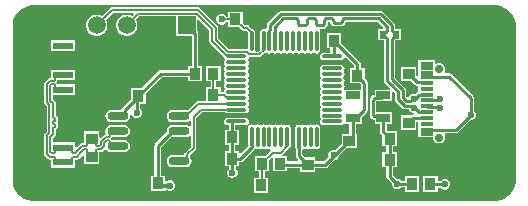
<source format=gtl>
G04*
G04 #@! TF.GenerationSoftware,Altium Limited,Altium Designer,21.8.1 (53)*
G04*
G04 Layer_Physical_Order=1*
G04 Layer_Color=255*
%FSLAX44Y44*%
%MOMM*%
G71*
G04*
G04 #@! TF.SameCoordinates,C2C04723-665B-4EC8-97F3-F64F8151DB4A*
G04*
G04*
G04 #@! TF.FilePolarity,Positive*
G04*
G01*
G75*
%ADD13C,0.2500*%
%ADD15C,0.2540*%
%ADD16R,0.9800X0.9300*%
%ADD17R,0.9300X0.9800*%
%ADD18R,0.6000X0.6500*%
%ADD19R,2.5000X1.0000*%
%ADD20R,1.7000X0.6000*%
%ADD21O,0.2800X1.8000*%
%ADD22O,1.8000X0.2800*%
%ADD23R,1.1000X0.6500*%
%ADD24R,1.1000X0.3500*%
%ADD25O,1.8000X0.7000*%
%ADD26R,1.2000X0.6500*%
%ADD43C,0.1520*%
%ADD44C,1.5000*%
%ADD45R,1.5000X1.5000*%
%ADD46O,1.5000X1.2000*%
%ADD47O,2.0000X1.2000*%
%ADD48C,0.7000*%
%ADD49C,0.6000*%
G36*
X200000Y82961D02*
X201769D01*
X205239Y82271D01*
X208508Y80917D01*
X211449Y78951D01*
X213951Y76449D01*
X215917Y73508D01*
X217271Y70239D01*
X217961Y66769D01*
X217961Y65000D01*
X217961Y-65000D01*
X217961Y-66769D01*
X217271Y-70239D01*
X215917Y-73508D01*
X213951Y-76449D01*
X211449Y-78951D01*
X208508Y-80917D01*
X205239Y-82271D01*
X201769Y-82961D01*
X200000D01*
X-190000Y-82961D01*
X-191769D01*
X-195239Y-82271D01*
X-198508Y-80917D01*
X-201449Y-78951D01*
X-203951Y-76449D01*
X-205917Y-73508D01*
X-207271Y-70239D01*
X-207961Y-66769D01*
X-207961Y-65000D01*
X-207961Y65000D01*
Y66769D01*
X-207271Y70239D01*
X-205917Y73508D01*
X-203951Y76449D01*
X-201449Y78951D01*
X-198508Y80917D01*
X-195239Y82271D01*
X-191769Y82961D01*
X-190000Y82961D01*
X200000Y82961D01*
D02*
G37*
%LPC*%
G36*
X-50896Y81145D02*
X-50897Y81145D01*
X-123980D01*
X-123980Y81145D01*
X-124869Y80968D01*
X-125624Y80464D01*
X-125624Y80464D01*
X-132281Y73806D01*
X-133318Y74405D01*
X-135612Y75020D01*
X-137987D01*
X-140282Y74405D01*
X-142338Y73218D01*
X-144018Y71538D01*
X-145205Y69482D01*
X-145820Y67188D01*
Y64812D01*
X-145205Y62518D01*
X-144018Y60462D01*
X-142338Y58782D01*
X-140282Y57595D01*
X-137987Y56980D01*
X-135612D01*
X-133318Y57595D01*
X-131262Y58782D01*
X-129582Y60462D01*
X-128395Y62518D01*
X-127780Y64812D01*
Y67188D01*
X-128395Y69482D01*
X-128994Y70519D01*
X-123017Y76495D01*
X-105852D01*
X-105366Y75322D01*
X-106881Y73806D01*
X-107918Y74405D01*
X-110212Y75020D01*
X-112587D01*
X-114882Y74405D01*
X-116938Y73218D01*
X-118618Y71538D01*
X-119805Y69482D01*
X-120420Y67188D01*
Y64812D01*
X-119805Y62518D01*
X-118618Y60462D01*
X-116938Y58782D01*
X-114882Y57595D01*
X-112587Y56980D01*
X-110212D01*
X-107918Y57595D01*
X-105862Y58782D01*
X-104182Y60462D01*
X-102995Y62518D01*
X-102380Y64812D01*
Y67188D01*
X-102995Y69482D01*
X-103594Y70519D01*
X-100657Y73455D01*
X-69620D01*
Y56980D01*
X-56245D01*
Y31420D01*
X-59570D01*
Y27845D01*
X-82650D01*
X-83739Y27628D01*
X-84662Y27011D01*
X-99253Y12420D01*
X-107570D01*
Y3603D01*
X-114658Y-3485D01*
X-115275Y-4408D01*
X-115410Y-5087D01*
X-115558Y-5387D01*
X-116749Y-5832D01*
X-124500D01*
X-126459Y-6221D01*
X-128119Y-7331D01*
X-129229Y-8991D01*
X-129618Y-10950D01*
X-129229Y-12909D01*
X-128119Y-14569D01*
X-126459Y-15679D01*
X-124500Y-16068D01*
X-113500D01*
X-111541Y-15679D01*
X-109881Y-14569D01*
X-108771Y-12909D01*
X-108382Y-10950D01*
X-108538Y-10162D01*
X-107921Y-9212D01*
X-107409Y-9526D01*
X-107069Y-9988D01*
X-106832Y-10560D01*
X-105560Y-11832D01*
X-103899Y-12520D01*
X-102101D01*
X-100440Y-11832D01*
X-99168Y-10560D01*
X-98480Y-8899D01*
Y-7101D01*
X-99168Y-5440D01*
X-100155Y-4452D01*
Y-420D01*
X-95230D01*
Y8397D01*
X-81472Y22155D01*
X-59570D01*
Y18580D01*
X-47230D01*
Y31420D01*
X-50555D01*
Y58800D01*
X-50772Y59889D01*
X-51389Y60812D01*
X-51580Y61003D01*
Y70258D01*
X-50407Y70743D01*
X-41325Y61662D01*
Y52400D01*
X-41325Y52400D01*
X-41148Y51510D01*
X-40644Y50756D01*
X-29000Y39113D01*
X-28851Y38361D01*
X-28205Y37395D01*
Y36605D01*
X-28851Y35639D01*
X-29077Y34500D01*
X-28851Y33361D01*
X-28205Y32395D01*
Y31605D01*
X-28851Y30639D01*
X-29077Y29500D01*
X-28851Y28361D01*
X-28546Y27905D01*
X-28309Y27000D01*
X-28546Y26095D01*
X-28851Y25639D01*
X-29077Y24500D01*
X-28851Y23361D01*
X-28205Y22395D01*
Y21605D01*
X-28851Y20639D01*
X-29077Y19500D01*
X-28851Y18361D01*
X-28546Y17905D01*
X-28309Y17000D01*
X-28546Y16095D01*
X-28851Y15639D01*
X-29077Y14500D01*
X-28851Y13361D01*
X-28205Y12395D01*
Y11605D01*
X-28851Y10639D01*
X-29077Y9500D01*
X-29221Y9325D01*
X-31638D01*
X-31818Y9405D01*
X-31830Y9405D01*
Y13420D01*
X-35595D01*
X-35595Y13433D01*
X-35675Y13613D01*
Y18388D01*
X-35595Y18568D01*
X-35595Y18580D01*
X-31830D01*
Y31420D01*
X-44170D01*
Y18580D01*
X-40405D01*
X-40405Y18568D01*
X-40325Y18388D01*
Y13613D01*
X-40405Y13433D01*
X-40405Y13420D01*
X-44170D01*
Y1825D01*
X-51050D01*
X-51050Y1825D01*
X-51940Y1648D01*
X-52694Y1144D01*
X-52694Y1144D01*
X-59511Y-5673D01*
X-59697Y-5746D01*
X-59917Y-5956D01*
X-60081Y-6098D01*
X-60097Y-6111D01*
X-60342Y-6062D01*
X-60376Y-6048D01*
X-60388Y-6053D01*
X-61500Y-5832D01*
X-72500D01*
X-74459Y-6221D01*
X-76119Y-7331D01*
X-77229Y-8991D01*
X-77618Y-10950D01*
X-77229Y-12909D01*
X-76119Y-14569D01*
X-74459Y-15679D01*
X-72500Y-16068D01*
X-61500D01*
X-59541Y-15679D01*
X-58320Y-14863D01*
X-57050Y-15438D01*
Y-19161D01*
X-58320Y-19737D01*
X-59541Y-18921D01*
X-61500Y-18532D01*
X-72500D01*
X-74459Y-18921D01*
X-76119Y-20031D01*
X-77229Y-21691D01*
X-77618Y-23650D01*
X-77437Y-24564D01*
X-87011Y-34139D01*
X-87628Y-35061D01*
X-87845Y-36150D01*
Y-61580D01*
X-91170D01*
Y-74420D01*
X-78830D01*
Y-74379D01*
X-78802Y-74347D01*
X-77560Y-73832D01*
X-75899Y-74520D01*
X-74101D01*
X-72440Y-73832D01*
X-71168Y-72560D01*
X-70480Y-70899D01*
Y-69101D01*
X-71168Y-67440D01*
X-72440Y-66168D01*
X-74101Y-65480D01*
X-75899D01*
X-77560Y-66168D01*
X-78802Y-65653D01*
X-78830Y-65621D01*
Y-61580D01*
X-82155D01*
Y-37328D01*
X-73414Y-28587D01*
X-72500Y-28768D01*
X-61500D01*
X-59541Y-28379D01*
X-58320Y-27563D01*
X-57050Y-28138D01*
Y-36787D01*
X-62095Y-41832D01*
X-62599Y-42586D01*
X-62776Y-43476D01*
X-63702Y-43857D01*
X-63946Y-43932D01*
X-72500D01*
X-74459Y-44321D01*
X-76119Y-45431D01*
X-77229Y-47091D01*
X-77618Y-49050D01*
X-77229Y-51009D01*
X-76119Y-52669D01*
X-74459Y-53779D01*
X-72500Y-54168D01*
X-61500D01*
X-59541Y-53779D01*
X-57881Y-52669D01*
X-56771Y-51009D01*
X-56382Y-49050D01*
X-56771Y-47091D01*
X-57456Y-46066D01*
X-57457Y-46038D01*
X-57506Y-45992D01*
X-57881Y-45431D01*
X-57876Y-44187D01*
X-53082Y-39394D01*
X-53082Y-39394D01*
X-52578Y-38640D01*
X-52401Y-37750D01*
Y-12689D01*
X-47537Y-7825D01*
X-27877D01*
X-27239Y-8251D01*
X-26100Y-8477D01*
X-10900D01*
X-9761Y-8251D01*
X-8795Y-7605D01*
X-8149Y-6639D01*
X-7923Y-5500D01*
X-8149Y-4361D01*
X-8795Y-3395D01*
Y-2605D01*
X-8149Y-1639D01*
X-7923Y-500D01*
X-8149Y639D01*
X-8454Y1095D01*
X-8691Y2000D01*
X-8454Y2905D01*
X-8149Y3361D01*
X-7923Y4500D01*
X-8149Y5639D01*
X-8795Y6605D01*
Y7395D01*
X-8149Y8361D01*
X-7923Y9500D01*
X-8149Y10639D01*
X-8795Y11605D01*
Y12395D01*
X-8149Y13361D01*
X-7923Y14500D01*
X-8149Y15639D01*
X-8454Y16095D01*
X-8691Y17000D01*
X-8454Y17905D01*
X-8149Y18361D01*
X-7923Y19500D01*
X-8149Y20639D01*
X-8795Y21605D01*
Y22395D01*
X-8149Y23361D01*
X-7923Y24500D01*
X-8149Y25639D01*
X-8454Y26095D01*
X-8691Y27000D01*
X-8454Y27905D01*
X-8149Y28361D01*
X-7923Y29500D01*
X-8149Y30639D01*
X-8795Y31605D01*
Y32395D01*
X-8149Y33361D01*
X-7923Y34500D01*
X-8149Y35639D01*
X-8795Y36605D01*
Y37395D01*
X-8149Y38361D01*
X-8139Y38412D01*
X-7416Y38895D01*
X-7416Y38895D01*
X1024D01*
X1024Y38895D01*
X1914Y39072D01*
X2668Y39576D01*
X5143Y42051D01*
X5639Y42149D01*
X6605Y42795D01*
X7395D01*
X8361Y42149D01*
X9500Y41923D01*
X10639Y42149D01*
X11095Y42454D01*
X12000Y42691D01*
X12905Y42454D01*
X13361Y42149D01*
X14500Y41923D01*
X15639Y42149D01*
X16605Y42795D01*
X17395D01*
X18361Y42149D01*
X19500Y41923D01*
X20639Y42149D01*
X21605Y42795D01*
X22395D01*
X23361Y42149D01*
X24500Y41923D01*
X25639Y42149D01*
X26095Y42454D01*
X27000Y42691D01*
X27905Y42454D01*
X28361Y42149D01*
X29500Y41923D01*
X30639Y42149D01*
X31605Y42795D01*
X32395D01*
X33361Y42149D01*
X34500Y41923D01*
X35639Y42149D01*
X36095Y42454D01*
X37000Y42691D01*
X37905Y42454D01*
X38361Y42149D01*
X39500Y41923D01*
X40639Y42149D01*
X41605Y42795D01*
X42395D01*
X43361Y42149D01*
X44500Y41923D01*
X45639Y42149D01*
X46605Y42795D01*
X47395D01*
X48361Y42149D01*
X49500Y41923D01*
X50639Y42149D01*
X51605Y42795D01*
X52251Y43761D01*
X52477Y44900D01*
Y60100D01*
X52251Y61239D01*
X51972Y61656D01*
X52639Y62926D01*
X54596D01*
X54596Y62926D01*
X55677Y63141D01*
X56593Y63753D01*
X58109Y65269D01*
X58109Y65269D01*
X58721Y66185D01*
X58937Y67266D01*
Y68926D01*
X60926D01*
X61083Y68138D01*
X61695Y67222D01*
X63211Y65706D01*
X63211Y65706D01*
X64127Y65094D01*
X65208Y64879D01*
X69756D01*
X69756Y64879D01*
X70837Y65094D01*
X71753Y65706D01*
X73269Y67222D01*
X73269Y67222D01*
X73882Y68138D01*
X74038Y68926D01*
X100997D01*
X105883Y64040D01*
X105357Y62770D01*
X101230D01*
Y53230D01*
X106541D01*
Y18865D01*
X106541Y18865D01*
X106756Y17784D01*
X107368Y16868D01*
X111228Y13009D01*
X111228Y13008D01*
X111793Y12443D01*
X111306Y11270D01*
X98480D01*
Y7313D01*
X97649Y7148D01*
X96726Y6532D01*
X95198Y5003D01*
X94582Y4081D01*
X94365Y2992D01*
Y-10460D01*
X94582Y-11549D01*
X95198Y-12471D01*
X95989Y-13261D01*
X96911Y-13878D01*
X98000Y-14095D01*
X98480D01*
Y-17270D01*
X103155D01*
Y-24350D01*
X103372Y-25439D01*
X103989Y-26361D01*
X105230Y-27603D01*
Y-36420D01*
X108555D01*
Y-41580D01*
X105230D01*
Y-54420D01*
X108555D01*
Y-62150D01*
X108772Y-63239D01*
X109389Y-64162D01*
X113230Y-68003D01*
Y-69399D01*
X113918Y-71060D01*
X115190Y-72332D01*
X116851Y-73020D01*
X118649D01*
X120310Y-72332D01*
X121298Y-71345D01*
X124130D01*
Y-74920D01*
X136470D01*
Y-62080D01*
X124130D01*
Y-65655D01*
X121298D01*
X120310Y-64668D01*
X118649Y-63980D01*
X117253D01*
X114245Y-60972D01*
Y-54420D01*
X117570D01*
Y-41580D01*
X114245D01*
Y-36420D01*
X117570D01*
Y-23580D01*
X109253D01*
X108845Y-23172D01*
Y-17270D01*
X113520D01*
Y-7730D01*
X100055D01*
Y1675D01*
X104020D01*
X104295Y1730D01*
X113520D01*
Y9057D01*
X114693Y9543D01*
X115845Y8391D01*
Y3134D01*
X115845Y3134D01*
X116060Y2053D01*
X116672Y1137D01*
X121941Y-4132D01*
X122858Y-4744D01*
X123939Y-4960D01*
X123939Y-4960D01*
X127251D01*
X127918Y-6571D01*
X129190Y-7842D01*
X130851Y-8530D01*
X131892D01*
X131967Y-8636D01*
X131311Y-9905D01*
X131300D01*
X130211Y-10122D01*
X129825Y-10380D01*
X120830D01*
Y-22720D01*
X133670D01*
Y-15595D01*
X135480D01*
Y-29020D01*
X148182D01*
Y-30147D01*
X148946Y-31992D01*
X150358Y-33404D01*
X152204Y-34169D01*
X154201D01*
X156046Y-33404D01*
X157458Y-31992D01*
X158222Y-30147D01*
Y-28150D01*
X157735Y-26973D01*
X158516Y-25703D01*
X167142D01*
X168230Y-25487D01*
X169153Y-24870D01*
X179503Y-14520D01*
X180899D01*
X182560Y-13832D01*
X183832Y-12560D01*
X184520Y-10899D01*
Y-9101D01*
X183832Y-7440D01*
X182845Y-6452D01*
Y4250D01*
X182628Y5339D01*
X182012Y6262D01*
X163900Y24373D01*
X162977Y24990D01*
X161888Y25206D01*
X158516D01*
X157735Y26476D01*
X158222Y27653D01*
Y29650D01*
X157458Y31495D01*
X156046Y32908D01*
X154201Y33672D01*
X152204D01*
X150790Y33086D01*
X149520Y33728D01*
Y36520D01*
X135480D01*
Y23245D01*
X134210Y22622D01*
X133670Y23040D01*
Y30970D01*
X120830D01*
Y18630D01*
X129647D01*
X132579Y15698D01*
X133502Y15082D01*
X134590Y14865D01*
X135480D01*
Y9520D01*
X134772Y9379D01*
X133855Y8767D01*
X133855Y8767D01*
X132981Y7892D01*
X132649Y8030D01*
X130851D01*
X129190Y7342D01*
X127918Y6070D01*
X127595Y5291D01*
X126189Y5035D01*
X125263Y5871D01*
Y11123D01*
X125048Y12204D01*
X124436Y13120D01*
X124436Y13120D01*
X121913Y15643D01*
X121913Y15643D01*
X121913Y15643D01*
X115959Y21597D01*
Y53230D01*
X121270D01*
Y62770D01*
X115959D01*
Y66114D01*
X115959Y66114D01*
X115744Y67195D01*
X115132Y68111D01*
X105726Y77517D01*
X104810Y78129D01*
X103729Y78344D01*
X103729Y78344D01*
X19324D01*
X18243Y78129D01*
X17326Y77517D01*
X17326Y77517D01*
X8118Y68309D01*
X7506Y67392D01*
X7291Y66312D01*
X7291Y66311D01*
Y63327D01*
X7266Y63291D01*
X5905Y62834D01*
X5658Y62838D01*
X5639Y62851D01*
X4500Y63077D01*
X3361Y62851D01*
X2395Y62205D01*
X1750Y61239D01*
X1523Y60100D01*
Y45006D01*
X61Y43545D01*
X-1497D01*
X-2540Y44815D01*
X-2523Y44900D01*
Y60100D01*
X-2749Y61239D01*
X-3395Y62205D01*
X-4361Y62851D01*
X-5113Y63000D01*
X-7445Y65333D01*
X-8199Y65837D01*
X-9089Y66014D01*
X-9089Y66014D01*
X-11376D01*
X-13230Y67868D01*
Y77420D01*
X-25570D01*
Y73405D01*
X-25582Y73405D01*
X-25762Y73325D01*
X-27071D01*
X-27168Y73560D01*
X-28440Y74832D01*
X-30101Y75520D01*
X-31899D01*
X-33560Y74832D01*
X-34832Y73560D01*
X-35520Y71899D01*
Y70101D01*
X-34832Y68440D01*
X-33560Y67168D01*
X-31899Y66480D01*
X-30101D01*
X-28440Y67168D01*
X-27168Y68440D01*
X-27071Y68675D01*
X-25762D01*
X-25582Y68595D01*
X-25570Y68595D01*
Y64580D01*
X-16518D01*
X-13983Y62045D01*
X-13983Y62045D01*
X-13229Y61541D01*
X-12339Y61364D01*
X-10052D01*
X-8477Y59790D01*
Y46621D01*
X-9376Y45505D01*
X-9376Y45505D01*
X-24518D01*
X-33635Y54622D01*
Y63884D01*
X-33812Y64773D01*
X-34316Y65528D01*
X-34316Y65528D01*
X-49253Y80464D01*
X-50007Y80968D01*
X-50896Y81145D01*
D02*
G37*
G36*
X-154980Y53270D02*
X-175020D01*
Y44230D01*
X-154980D01*
Y53270D01*
D02*
G37*
G36*
Y28270D02*
X-175020D01*
Y21345D01*
X-176254D01*
X-176254Y21345D01*
X-177143Y21168D01*
X-177897Y20664D01*
X-177897Y20664D01*
X-180569Y17993D01*
X-181073Y17238D01*
X-181250Y16349D01*
X-181250Y16349D01*
Y900D01*
X-181250Y899D01*
X-181073Y10D01*
X-180569Y-745D01*
X-179045Y-2269D01*
Y-24232D01*
X-180569Y-25756D01*
X-181073Y-26510D01*
X-181250Y-27399D01*
X-181250Y-27399D01*
Y-42849D01*
X-181250Y-42849D01*
X-181073Y-43738D01*
X-180569Y-44493D01*
X-177897Y-47164D01*
X-177897Y-47164D01*
X-177143Y-47668D01*
X-176254Y-47845D01*
X-176254Y-47845D01*
X-175020D01*
Y-54770D01*
X-154980D01*
Y-47845D01*
X-153747D01*
X-153746Y-47845D01*
X-152857Y-47668D01*
X-152102Y-47164D01*
X-148690Y-43751D01*
X-147420Y-44274D01*
Y-51570D01*
X-134580D01*
Y-41545D01*
X-133146D01*
X-133146Y-41545D01*
X-132257Y-41368D01*
X-131503Y-40864D01*
X-129824Y-39185D01*
X-128560Y-39310D01*
X-128119Y-39969D01*
X-126459Y-41079D01*
X-124500Y-41468D01*
X-113500D01*
X-111541Y-41079D01*
X-109881Y-39969D01*
X-108771Y-38309D01*
X-108382Y-36350D01*
X-108771Y-34391D01*
X-109881Y-32731D01*
X-111541Y-31621D01*
X-113500Y-31232D01*
X-123692D01*
X-123905Y-30913D01*
X-123905Y-30913D01*
X-124817Y-30000D01*
X-123905Y-29087D01*
X-123905Y-29087D01*
X-123692Y-28768D01*
X-113500D01*
X-111541Y-28379D01*
X-109881Y-27269D01*
X-108771Y-25609D01*
X-108382Y-23650D01*
X-108771Y-21691D01*
X-109881Y-20031D01*
X-111541Y-18921D01*
X-113500Y-18532D01*
X-124500D01*
X-126459Y-18921D01*
X-128119Y-20031D01*
X-129229Y-21691D01*
X-129618Y-23650D01*
X-129348Y-25008D01*
X-129229Y-25609D01*
X-129993Y-26332D01*
X-130747Y-26836D01*
X-130747Y-26836D01*
X-133407Y-29496D01*
X-134580Y-29010D01*
Y-23830D01*
X-147420D01*
Y-33855D01*
X-148854D01*
X-148854Y-33855D01*
X-149743Y-34032D01*
X-150498Y-34536D01*
X-150498Y-34536D01*
X-153710Y-37749D01*
X-154980Y-37223D01*
Y-33230D01*
X-173560D01*
Y-29622D01*
X-172036Y-28098D01*
X-172036Y-28097D01*
X-171532Y-27343D01*
X-171355Y-26454D01*
X-171355Y-26453D01*
Y-21989D01*
X-171294Y-21977D01*
X-170540Y-21473D01*
X-170036Y-20969D01*
X-170036Y-20969D01*
X-169532Y-20215D01*
X-169355Y-19325D01*
X-169355Y-19325D01*
Y-17814D01*
X-169355Y-17813D01*
X-169532Y-16924D01*
X-169975Y-16049D01*
X-169532Y-15175D01*
X-169355Y-14285D01*
X-169355Y-14285D01*
Y-12773D01*
X-169355Y-12773D01*
X-169532Y-11884D01*
X-170036Y-11130D01*
X-170036Y-11129D01*
X-170540Y-10626D01*
X-171294Y-10122D01*
X-171355Y-10110D01*
Y-47D01*
X-171355Y-46D01*
X-171532Y843D01*
X-172036Y1597D01*
X-172036Y1597D01*
X-173560Y3122D01*
Y6730D01*
X-154980D01*
Y15770D01*
X-170210D01*
X-170252Y15979D01*
X-170756Y16733D01*
X-170998Y17500D01*
X-170756Y18267D01*
X-170252Y19021D01*
X-170210Y19230D01*
X-154980D01*
Y28270D01*
D02*
G37*
G36*
X70170Y59420D02*
X57830D01*
Y46580D01*
X61155D01*
Y42477D01*
X54900D01*
X53761Y42251D01*
X52795Y41605D01*
X52150Y40639D01*
X51923Y39500D01*
X52150Y38361D01*
X52795Y37395D01*
X53761Y36749D01*
X54900Y36523D01*
X70100D01*
X71239Y36749D01*
X72205Y37395D01*
X72851Y38361D01*
X74224Y38753D01*
X81155Y31822D01*
Y29670D01*
X77830D01*
Y16830D01*
X86147D01*
X86905Y16072D01*
Y11270D01*
X72808D01*
X72326Y12169D01*
X72234Y12438D01*
X72851Y13361D01*
X73077Y14500D01*
X72851Y15639D01*
X72546Y16095D01*
X72309Y17000D01*
X72546Y17905D01*
X72851Y18361D01*
X73077Y19500D01*
X72851Y20639D01*
X72205Y21605D01*
Y22395D01*
X72851Y23361D01*
X73077Y24500D01*
X72851Y25639D01*
X72546Y26095D01*
X72309Y27000D01*
X72546Y27905D01*
X72851Y28361D01*
X73077Y29500D01*
X72851Y30639D01*
X72205Y31605D01*
X71239Y32251D01*
X70100Y32477D01*
X54900D01*
X53761Y32251D01*
X52795Y31605D01*
X52150Y30639D01*
X51923Y29500D01*
X52150Y28361D01*
X52454Y27905D01*
X52691Y27000D01*
X52454Y26095D01*
X52150Y25639D01*
X51923Y24500D01*
X52150Y23361D01*
X52795Y22395D01*
Y21605D01*
X52150Y20639D01*
X51923Y19500D01*
X52150Y18361D01*
X52454Y17905D01*
X52691Y17000D01*
X52454Y16095D01*
X52150Y15639D01*
X51923Y14500D01*
X52150Y13361D01*
X52795Y12395D01*
Y11605D01*
X52150Y10639D01*
X51923Y9500D01*
X52150Y8361D01*
X52795Y7395D01*
Y6605D01*
X52150Y5639D01*
X51923Y4500D01*
X52150Y3361D01*
X52454Y2905D01*
X52691Y2000D01*
X52454Y1095D01*
X52150Y639D01*
X51923Y-500D01*
X52150Y-1639D01*
X52795Y-2605D01*
Y-3395D01*
X52150Y-4361D01*
X51923Y-5500D01*
X52150Y-6639D01*
X52454Y-7095D01*
X52691Y-8000D01*
X52454Y-8905D01*
X52150Y-9361D01*
X51923Y-10500D01*
X52150Y-11639D01*
X52795Y-12605D01*
Y-13395D01*
X52150Y-14361D01*
X51923Y-15500D01*
X52150Y-16639D01*
X52795Y-17605D01*
X53761Y-18251D01*
X54900Y-18477D01*
X70100D01*
X71239Y-18251D01*
X72205Y-17605D01*
X72301Y-17489D01*
X72480Y-17270D01*
X72480Y-17270D01*
X77155D01*
Y-25830D01*
X70580D01*
Y-34147D01*
X65145Y-39582D01*
X64899Y-39480D01*
X63101D01*
X61440Y-40168D01*
X60168Y-41440D01*
X59480Y-43101D01*
Y-44899D01*
X59582Y-45145D01*
X55572Y-49155D01*
X48420D01*
Y-45830D01*
X39603D01*
X37345Y-43572D01*
Y-39699D01*
X38126Y-39047D01*
X38687Y-38915D01*
X39500Y-39077D01*
X40639Y-38851D01*
X41605Y-38205D01*
X42395D01*
X43361Y-38851D01*
X44500Y-39077D01*
X45639Y-38851D01*
X46605Y-38205D01*
X47395D01*
X48361Y-38851D01*
X49500Y-39077D01*
X50639Y-38851D01*
X51605Y-38205D01*
X52251Y-37239D01*
X52477Y-36100D01*
Y-20900D01*
X52251Y-19761D01*
X51605Y-18795D01*
X50639Y-18149D01*
X49500Y-17923D01*
X48361Y-18149D01*
X47395Y-18795D01*
X46605D01*
X45639Y-18149D01*
X44500Y-17923D01*
X43361Y-18149D01*
X42395Y-18795D01*
X41605D01*
X40639Y-18149D01*
X39500Y-17923D01*
X38361Y-18149D01*
X37905Y-18454D01*
X37000Y-18691D01*
X36095Y-18454D01*
X35639Y-18149D01*
X34500Y-17923D01*
X33361Y-18149D01*
X32395Y-18795D01*
X31749Y-19761D01*
X31523Y-20900D01*
Y-36100D01*
X31608Y-36529D01*
X31565Y-36634D01*
X31567Y-36641D01*
X31565Y-36647D01*
X31585Y-39217D01*
X31655Y-39384D01*
Y-44750D01*
X31872Y-45839D01*
X32489Y-46761D01*
X33709Y-47982D01*
X33223Y-49155D01*
X24667D01*
Y-44808D01*
X20920D01*
X20534Y-43538D01*
X20594Y-43498D01*
X25143Y-38949D01*
X25639Y-38851D01*
X26605Y-38205D01*
X27251Y-37239D01*
X27477Y-36100D01*
Y-20900D01*
X27251Y-19761D01*
X26605Y-18795D01*
X25639Y-18149D01*
X24500Y-17923D01*
X23361Y-18149D01*
X22395Y-18795D01*
X21605D01*
X20639Y-18149D01*
X19500Y-17923D01*
X18361Y-18149D01*
X17395Y-18795D01*
X16605D01*
X15639Y-18149D01*
X14500Y-17923D01*
X13361Y-18149D01*
X12905Y-18454D01*
X12000Y-18691D01*
X11095Y-18454D01*
X10639Y-18149D01*
X9500Y-17923D01*
X8361Y-18149D01*
X7395Y-18795D01*
X6605D01*
X5639Y-18149D01*
X4500Y-17923D01*
X3361Y-18149D01*
X2905Y-18454D01*
X2000Y-18691D01*
X1095Y-18454D01*
X639Y-18149D01*
X-500Y-17923D01*
X-1639Y-18149D01*
X-2605Y-18795D01*
X-3395D01*
X-4361Y-18149D01*
X-5500Y-17923D01*
X-6639Y-18149D01*
X-7605Y-18795D01*
X-8251Y-19761D01*
X-8477Y-20900D01*
Y-36100D01*
X-8418Y-36395D01*
X-14957Y-42934D01*
X-16130Y-42448D01*
Y-40580D01*
X-19455D01*
Y-35420D01*
X-16130D01*
Y-22580D01*
X-19455D01*
Y-18477D01*
X-10900D01*
X-9761Y-18251D01*
X-8795Y-17605D01*
X-8149Y-16639D01*
X-7923Y-15500D01*
X-8149Y-14361D01*
X-8795Y-13395D01*
X-9761Y-12749D01*
X-10900Y-12523D01*
X-26100D01*
X-27239Y-12749D01*
X-28205Y-13395D01*
X-28851Y-14361D01*
X-29077Y-15500D01*
X-28851Y-16639D01*
X-28205Y-17605D01*
X-27239Y-18251D01*
X-26100Y-18477D01*
X-25145D01*
Y-22580D01*
X-28470D01*
Y-35420D01*
X-25145D01*
Y-40580D01*
X-28470D01*
Y-53420D01*
X-24845D01*
Y-55452D01*
X-25832Y-56440D01*
X-26520Y-58101D01*
Y-59899D01*
X-25832Y-61560D01*
X-24560Y-62832D01*
X-22899Y-63520D01*
X-21101D01*
X-19440Y-62832D01*
X-18168Y-61560D01*
X-17480Y-59899D01*
Y-58101D01*
X-18168Y-56440D01*
X-19155Y-55452D01*
Y-53420D01*
X-16130D01*
Y-49845D01*
X-15000D01*
X-13911Y-49628D01*
X-12989Y-49012D01*
X-3538Y-39561D01*
X-3276Y-39168D01*
X-2908Y-38640D01*
X-1665Y-38833D01*
X-1639Y-38851D01*
X-500Y-39077D01*
X639Y-38851D01*
X1095Y-38546D01*
X2000Y-38309D01*
X2905Y-38546D01*
X3361Y-38851D01*
X4500Y-39077D01*
X5639Y-38851D01*
X6605Y-38205D01*
X7395D01*
X8361Y-38851D01*
X9500Y-39077D01*
X10192Y-38939D01*
X10688Y-40136D01*
X10577Y-40210D01*
X10576Y-40210D01*
X5979Y-44808D01*
X-3073D01*
Y-57648D01*
X692D01*
X692Y-57660D01*
X772Y-57840D01*
Y-62976D01*
X692Y-63156D01*
X692Y-63169D01*
X-3877D01*
Y-76009D01*
X8463D01*
Y-63169D01*
X5502D01*
X5501Y-63156D01*
X5421Y-62976D01*
Y-57840D01*
X5501Y-57660D01*
X5502Y-57648D01*
X9267D01*
Y-48095D01*
X11153Y-46209D01*
X12327Y-46695D01*
Y-57648D01*
X24667D01*
Y-54845D01*
X35580D01*
Y-58170D01*
X48420D01*
Y-54845D01*
X56750D01*
X57839Y-54628D01*
X58762Y-54012D01*
X64253Y-48520D01*
X64899D01*
X66560Y-47832D01*
X67832Y-46560D01*
X68520Y-44899D01*
Y-44253D01*
X74603Y-38170D01*
X83420D01*
Y-25830D01*
X82845D01*
Y-17270D01*
X87520D01*
Y-11753D01*
X91762Y-7512D01*
X92378Y-6589D01*
X92595Y-5500D01*
Y17250D01*
X92378Y18339D01*
X91762Y19261D01*
X90170Y20853D01*
Y29670D01*
X86845D01*
Y33000D01*
X86628Y34089D01*
X86011Y35011D01*
X70170Y50853D01*
Y59420D01*
D02*
G37*
G36*
X151870Y-62080D02*
X139530D01*
Y-74920D01*
X151870D01*
Y-71595D01*
X154452D01*
X155440Y-72582D01*
X157101Y-73270D01*
X158899D01*
X160560Y-72582D01*
X161832Y-71310D01*
X162520Y-69649D01*
Y-67851D01*
X161832Y-66190D01*
X160560Y-64918D01*
X158899Y-64230D01*
X157101D01*
X155440Y-64918D01*
X154452Y-65905D01*
X151870D01*
Y-62080D01*
D02*
G37*
%LPD*%
G36*
X-23989Y69480D02*
X-24004Y69624D01*
X-24051Y69754D01*
X-24129Y69868D01*
X-24237Y69966D01*
X-24377Y70050D01*
X-24547Y70118D01*
X-24749Y70172D01*
X-24981Y70210D01*
X-25245Y70232D01*
X-25540Y70240D01*
Y71760D01*
X-25245Y71768D01*
X-24981Y71790D01*
X-24749Y71828D01*
X-24547Y71882D01*
X-24377Y71950D01*
X-24237Y72034D01*
X-24129Y72132D01*
X-24051Y72246D01*
X-24004Y72376D01*
X-23989Y72520D01*
Y69480D01*
D02*
G37*
G36*
X-36624Y20145D02*
X-36754Y20099D01*
X-36868Y20021D01*
X-36966Y19913D01*
X-37050Y19773D01*
X-37118Y19603D01*
X-37172Y19401D01*
X-37210Y19169D01*
X-37232Y18905D01*
X-37240Y18611D01*
X-38760D01*
X-38768Y18905D01*
X-38790Y19169D01*
X-38828Y19401D01*
X-38882Y19603D01*
X-38950Y19773D01*
X-39034Y19913D01*
X-39132Y20021D01*
X-39246Y20099D01*
X-39376Y20145D01*
X-39520Y20161D01*
X-36480D01*
X-36624Y20145D01*
D02*
G37*
G36*
X-37232Y13101D02*
X-37210Y12842D01*
X-37172Y12614D01*
X-37118Y12417D01*
X-37050Y12249D01*
X-36966Y12113D01*
X-36868Y12006D01*
X-36754Y11930D01*
X-36624Y11885D01*
X-36480Y11869D01*
X-39520D01*
X-39376Y11885D01*
X-39246Y11930D01*
X-39132Y12006D01*
X-39034Y12113D01*
X-38950Y12249D01*
X-38882Y12417D01*
X-38828Y12614D01*
X-38790Y12842D01*
X-38768Y13101D01*
X-38760Y13390D01*
X-37240D01*
X-37232Y13101D01*
D02*
G37*
G36*
X-33396Y8376D02*
X-33349Y8246D01*
X-33271Y8132D01*
X-33163Y8034D01*
X-33023Y7950D01*
X-32853Y7882D01*
X-32651Y7828D01*
X-32419Y7790D01*
X-32155Y7768D01*
X-31860Y7760D01*
Y6240D01*
X-32155Y6232D01*
X-32419Y6210D01*
X-32651Y6172D01*
X-32853Y6118D01*
X-33023Y6050D01*
X-33163Y5966D01*
X-33271Y5868D01*
X-33349Y5754D01*
X-33396Y5624D01*
X-33411Y5480D01*
Y8520D01*
X-33396Y8376D01*
D02*
G37*
G36*
X-27314Y6595D02*
X-26777Y6142D01*
X-26540Y5978D01*
X-26323Y5855D01*
X-26128Y5774D01*
X-25952Y5735D01*
X-25798Y5737D01*
X-25664Y5781D01*
X-25551Y5866D01*
X-27390Y3966D01*
X-27426Y4105D01*
X-27480Y4252D01*
X-27551Y4405D01*
X-27641Y4565D01*
X-27748Y4733D01*
X-27873Y4907D01*
X-28177Y5276D01*
X-28355Y5471D01*
X-28552Y5673D01*
X-27613Y6884D01*
X-27314Y6595D01*
D02*
G37*
G36*
X-26634Y-1790D02*
X-26798Y-1689D01*
X-26973Y-1599D01*
X-27159Y-1520D01*
X-27355Y-1451D01*
X-27562Y-1392D01*
X-27780Y-1345D01*
X-28009Y-1308D01*
X-28498Y-1265D01*
X-28759Y-1260D01*
Y260D01*
X-28498Y265D01*
X-28009Y308D01*
X-27780Y345D01*
X-27562Y393D01*
X-27355Y451D01*
X-27159Y520D01*
X-26973Y599D01*
X-26798Y689D01*
X-26634Y790D01*
Y-1790D01*
D02*
G37*
G36*
X-111377Y-5666D02*
X-111369Y-6260D01*
X-111253Y-7703D01*
X-111184Y-8072D01*
X-111099Y-8385D01*
X-110998Y-8642D01*
X-110883Y-8842D01*
X-110751Y-8986D01*
X-110605Y-9074D01*
X-114713Y-7481D01*
X-114562Y-7517D01*
X-114426Y-7500D01*
X-114307Y-7432D01*
X-114203Y-7312D01*
X-114116Y-7139D01*
X-114044Y-6915D01*
X-113988Y-6638D01*
X-113948Y-6310D01*
X-113925Y-5929D01*
X-113917Y-5497D01*
X-111377Y-5666D01*
D02*
G37*
G36*
X-57484Y-8009D02*
X-57723Y-8259D01*
X-58093Y-8713D01*
X-58224Y-8918D01*
X-58318Y-9107D01*
X-58376Y-9281D01*
X-58397Y-9440D01*
X-58382Y-9584D01*
X-58331Y-9713D01*
X-58243Y-9826D01*
X-60376Y-7693D01*
X-60263Y-7781D01*
X-60134Y-7832D01*
X-59990Y-7847D01*
X-59832Y-7826D01*
X-59657Y-7768D01*
X-59468Y-7674D01*
X-59264Y-7543D01*
X-59044Y-7377D01*
X-58809Y-7174D01*
X-58559Y-6934D01*
X-57484Y-8009D01*
D02*
G37*
G36*
X-59691Y-44545D02*
X-59684Y-44907D01*
X-59625Y-45536D01*
X-59574Y-45802D01*
X-59507Y-46035D01*
X-59427Y-46236D01*
X-59331Y-46405D01*
X-59220Y-46541D01*
X-59095Y-46645D01*
X-58956Y-46717D01*
X-61972Y-45581D01*
X-61827Y-45617D01*
X-61698Y-45612D01*
X-61584Y-45565D01*
X-61485Y-45476D01*
X-61402Y-45346D01*
X-61333Y-45174D01*
X-61280Y-44960D01*
X-61242Y-44705D01*
X-61219Y-44407D01*
X-61212Y-44068D01*
X-59691Y-44545D01*
D02*
G37*
G36*
X-80385Y-67701D02*
X-80308Y-67917D01*
X-80180Y-68108D01*
X-80000Y-68273D01*
X-79768Y-68412D01*
X-79486Y-68527D01*
X-79151Y-68616D01*
X-78785Y-68676D01*
X-78648Y-68655D01*
X-78388Y-68597D01*
X-78143Y-68523D01*
X-77913Y-68431D01*
X-77698Y-68323D01*
X-77498Y-68199D01*
X-77313Y-68058D01*
X-77142Y-67900D01*
Y-72100D01*
X-77313Y-71942D01*
X-77498Y-71801D01*
X-77698Y-71677D01*
X-77913Y-71569D01*
X-78143Y-71477D01*
X-78388Y-71403D01*
X-78648Y-71345D01*
X-78785Y-71324D01*
X-79151Y-71384D01*
X-79486Y-71473D01*
X-79768Y-71588D01*
X-80000Y-71727D01*
X-80180Y-71892D01*
X-80308Y-72083D01*
X-80385Y-72299D01*
X-80411Y-72540D01*
Y-67460D01*
X-80385Y-67701D01*
D02*
G37*
G36*
X-171551Y20772D02*
X-171569Y20746D01*
X-171586Y20702D01*
X-171600Y20641D01*
X-171612Y20563D01*
X-171630Y20354D01*
X-171639Y20076D01*
X-171640Y19910D01*
X-173160D01*
X-173161Y20076D01*
X-173199Y20641D01*
X-173214Y20702D01*
X-173230Y20746D01*
X-173249Y20772D01*
X-173270Y20780D01*
X-171530D01*
X-171551Y20772D01*
D02*
G37*
G36*
X-171639Y14919D02*
X-171600Y14333D01*
X-171586Y14270D01*
X-171569Y14225D01*
X-171551Y14198D01*
X-171530Y14189D01*
X-173270D01*
X-173249Y14198D01*
X-173230Y14225D01*
X-173214Y14270D01*
X-173199Y14333D01*
X-173187Y14414D01*
X-173169Y14630D01*
X-173160Y15090D01*
X-171640D01*
X-171639Y14919D01*
D02*
G37*
G36*
X-156751Y-40728D02*
X-156770Y-40754D01*
X-156786Y-40798D01*
X-156801Y-40859D01*
X-156813Y-40937D01*
X-156831Y-41146D01*
X-156839Y-41424D01*
X-156840Y-41590D01*
X-158360D01*
X-158362Y-41424D01*
X-158400Y-40859D01*
X-158414Y-40798D01*
X-158431Y-40754D01*
X-158449Y-40728D01*
X-158470Y-40719D01*
X-156730D01*
X-156751Y-40728D01*
D02*
G37*
G36*
X-171551D02*
X-171569Y-40754D01*
X-171586Y-40798D01*
X-171600Y-40859D01*
X-171612Y-40937D01*
X-171630Y-41146D01*
X-171639Y-41424D01*
X-171640Y-41590D01*
X-173160D01*
X-173161Y-41424D01*
X-173199Y-40859D01*
X-173214Y-40798D01*
X-173230Y-40754D01*
X-173249Y-40728D01*
X-173270Y-40719D01*
X-171530D01*
X-171551Y-40728D01*
D02*
G37*
G36*
X-156839Y-46582D02*
X-156801Y-47167D01*
X-156786Y-47230D01*
X-156770Y-47275D01*
X-156751Y-47302D01*
X-156730Y-47311D01*
X-158470D01*
X-158449Y-47302D01*
X-158431Y-47275D01*
X-158414Y-47230D01*
X-158400Y-47167D01*
X-158388Y-47086D01*
X-158370Y-46870D01*
X-158360Y-46410D01*
X-156840D01*
X-156839Y-46582D01*
D02*
G37*
G36*
X-171639D02*
X-171600Y-47167D01*
X-171586Y-47230D01*
X-171569Y-47275D01*
X-171551Y-47302D01*
X-171530Y-47311D01*
X-173270D01*
X-173249Y-47302D01*
X-173230Y-47275D01*
X-173214Y-47230D01*
X-173199Y-47167D01*
X-173187Y-47086D01*
X-173169Y-46870D01*
X-173160Y-46410D01*
X-171640D01*
X-171639Y-46582D01*
D02*
G37*
G36*
X35786Y-36665D02*
X35783Y-36747D01*
X35770Y-39204D01*
X33230D01*
X33210Y-36634D01*
X35790D01*
X35786Y-36665D01*
D02*
G37*
G36*
X4472Y-56112D02*
X4343Y-56158D01*
X4229Y-56234D01*
X4130Y-56340D01*
X4047Y-56477D01*
X3978Y-56645D01*
X3925Y-56842D01*
X3887Y-57070D01*
X3864Y-57329D01*
X3857Y-57617D01*
X2337D01*
X2329Y-57329D01*
X2306Y-57070D01*
X2268Y-56842D01*
X2215Y-56645D01*
X2147Y-56477D01*
X2063Y-56340D01*
X1964Y-56234D01*
X1850Y-56158D01*
X1721Y-56112D01*
X1577Y-56097D01*
X4617D01*
X4472Y-56112D01*
D02*
G37*
G36*
X3864Y-63488D02*
X3887Y-63747D01*
X3925Y-63974D01*
X3978Y-64172D01*
X4047Y-64339D01*
X4130Y-64476D01*
X4229Y-64583D01*
X4343Y-64658D01*
X4472Y-64704D01*
X4617Y-64719D01*
X1577D01*
X1721Y-64704D01*
X1850Y-64658D01*
X1964Y-64583D01*
X2063Y-64476D01*
X2147Y-64339D01*
X2215Y-64172D01*
X2268Y-63974D01*
X2306Y-63747D01*
X2329Y-63488D01*
X2337Y-63199D01*
X3857D01*
X3864Y-63488D01*
D02*
G37*
D13*
X72788Y71750D02*
X79776D01*
X71272Y70234D02*
X72788Y71750D01*
X71272Y69219D02*
Y70234D01*
X69756Y67703D02*
X71272Y69219D01*
X65208Y67703D02*
X69756D01*
X63692Y69219D02*
X65208Y67703D01*
X63692Y69219D02*
Y70234D01*
X62176Y71750D02*
X63692Y70234D01*
X57628Y71750D02*
X62176D01*
X56112Y70234D02*
X57628Y71750D01*
X56112Y67266D02*
Y70234D01*
X54596Y65750D02*
X56112Y67266D01*
X50048Y65750D02*
X54596D01*
X48532Y67266D02*
X50048Y65750D01*
X48532Y67266D02*
Y70234D01*
X47016Y71750D02*
X48532Y70234D01*
X42468Y71750D02*
X47016D01*
X40952Y70234D02*
X42468Y71750D01*
X40952Y67266D02*
Y70234D01*
X39436Y65750D02*
X40952Y67266D01*
X34888Y65750D02*
X39436D01*
X33372Y67266D02*
X34888Y65750D01*
X33372Y67266D02*
Y70234D01*
X31856Y71750D02*
X33372Y70234D01*
X23026Y71750D02*
X31856D01*
X20885D02*
X23026D01*
X79776D02*
X102167D01*
X13885Y64750D02*
X20885Y71750D01*
X10115Y66312D02*
X19324Y75520D01*
X10115Y62291D02*
Y66312D01*
X9557Y61733D02*
X10115Y62291D01*
X9557Y52557D02*
Y61733D01*
X9500Y52500D02*
X9557Y52557D01*
X142020Y6770D02*
X142500Y7250D01*
X135852Y6770D02*
X142020D01*
X142980Y-3230D02*
X149147D01*
X142500Y-2750D02*
X142980Y-3230D01*
X132592Y3510D02*
X135852Y6770D01*
X128928Y1635D02*
X130803Y3510D01*
X131750D02*
X132592D01*
X130803D02*
X131750D01*
X149147Y-3230D02*
X149257Y-3341D01*
X153580D02*
X154250Y-4010D01*
X149257Y-3341D02*
X153580D01*
X116750Y57750D02*
Y58000D01*
X115000Y56000D02*
X116750Y57750D01*
X114600Y56000D02*
X115000D01*
X113135Y54535D02*
X114600Y56000D01*
X122439Y4696D02*
X125500Y1635D01*
X128928D01*
X113135Y20427D02*
X119916Y13646D01*
Y13646D02*
Y13646D01*
X113135Y20427D02*
Y54535D01*
X122439Y4696D02*
Y11123D01*
X119916Y13646D02*
X122439Y11123D01*
X13885Y62291D02*
Y64750D01*
Y62291D02*
X14443Y61733D01*
Y52557D02*
X14500Y52500D01*
X14443Y52557D02*
Y61733D01*
X149257Y2840D02*
X153580D01*
X154250Y3510D01*
X149147Y2730D02*
X149257Y2840D01*
X142500Y2250D02*
X142980Y2730D01*
X149147D01*
X130803Y-4010D02*
X131750D01*
X128928Y-2135D02*
X130803Y-4010D01*
X142020Y-7270D02*
X142500Y-7750D01*
X135852Y-7270D02*
X142020D01*
X131750Y-4010D02*
X132592D01*
X135852Y-7270D01*
X105750Y57750D02*
Y58000D01*
Y57750D02*
X107500Y56000D01*
X107900D01*
X109365Y54535D01*
X118669Y3134D02*
X123939Y-2135D01*
X128928D01*
X118669Y3134D02*
Y9561D01*
X109365Y18865D02*
Y54535D01*
Y18865D02*
X113225Y15005D01*
Y15005D02*
X118669Y9561D01*
X113225Y15005D02*
Y15005D01*
X105750Y58000D02*
Y58250D01*
X107500Y60000D01*
X107900D01*
X109365Y61465D01*
Y64552D01*
X102167Y71750D02*
X109365Y64552D01*
X116750Y58000D02*
Y58250D01*
X115000Y60000D02*
X116750Y58250D01*
X114600Y60000D02*
X115000D01*
X19324Y75520D02*
X103729D01*
X113135Y61465D02*
Y66114D01*
X103729Y75520D02*
X113135Y66114D01*
Y61465D02*
X114600Y60000D01*
D15*
X117750Y-68500D02*
X130300D01*
X82750Y-12500D02*
X89750Y-5500D01*
X84000Y23000D02*
X89750Y17250D01*
Y-5500D02*
Y17250D01*
X111400Y-62150D02*
X117750Y-68500D01*
X111400Y-62150D02*
Y-48000D01*
Y-30000D01*
Y-29750D01*
X106000Y-24350D02*
Y-12500D01*
Y-24350D02*
X111400Y-29750D01*
X98000Y-11250D02*
X104750D01*
X106000Y-12500D01*
X97210Y-10460D02*
X98000Y-11250D01*
X98738Y4520D02*
X104020D01*
X97210Y2992D02*
X98738Y4520D01*
X97210Y-10460D02*
Y2992D01*
X64000Y52750D02*
Y53000D01*
X104020Y4520D02*
X106000Y6500D01*
X134590Y17710D02*
X142040D01*
X127500Y24800D02*
X134590Y17710D01*
X127250Y24800D02*
X127500D01*
X142040Y17710D02*
X142500Y17250D01*
X127500Y-16550D02*
X131300Y-12750D01*
X142500D01*
X127250Y-16550D02*
X127500D01*
X143891Y-22858D02*
X167142D01*
X180000Y-10000D01*
X142500Y-24250D02*
X143891Y-22858D01*
X180000Y-10000D02*
Y4250D01*
X161888Y22362D02*
X180000Y4250D01*
X142500Y23750D02*
X143888Y22362D01*
X161888D01*
X145950Y-68750D02*
X158000D01*
X145700Y-68500D02*
X145950Y-68750D01*
X-22000Y-59000D02*
Y-47300D01*
X-22300Y-47000D02*
X-22000Y-47300D01*
X67630Y49370D02*
X84000Y33000D01*
Y23000D02*
Y33000D01*
X67380Y49370D02*
X67630D01*
X64000Y52750D02*
X67380Y49370D01*
X64000Y39620D02*
Y52750D01*
Y53000D01*
X-103000Y-8000D02*
Y4150D01*
X-101400Y5750D01*
X-112647Y-5497D02*
X-103000Y4150D01*
X-114707Y-10950D02*
X-112647Y-8890D01*
X-101400Y5750D02*
Y6000D01*
X-112647Y-8890D02*
Y-5497D01*
X-119000Y-10950D02*
X-114707D01*
X-85000Y-68000D02*
X-83000Y-70000D01*
X-75000D01*
X-85000Y-68000D02*
Y-36150D01*
X-72500Y-23650D01*
X-85000Y-68000D02*
X-85000Y-68000D01*
X-72500Y-23650D02*
X-67000D01*
X-60600Y66000D02*
X-53400Y58800D01*
Y25000D02*
Y58800D01*
X-101400Y6000D02*
Y6250D01*
X-82650Y25000D02*
X-53400D01*
X-101400Y6250D02*
X-82650Y25000D01*
X64000Y-44000D02*
X64750D01*
X76750Y-32000D01*
X56750Y-52000D02*
X64000Y-44750D01*
X77000Y-32000D02*
X80000Y-29000D01*
Y-12500D01*
X76750Y-32000D02*
X77000D01*
X64000Y-44750D02*
Y-44000D01*
X42000Y-52000D02*
X56750D01*
X41750D02*
X42000D01*
X-5550Y-37550D02*
Y-28550D01*
X-22300Y-47000D02*
X-15000D01*
X-5550Y-37550D01*
Y-28550D02*
X-5500Y-28500D01*
X-22300Y-47000D02*
Y-29000D01*
Y-15620D02*
X-22180Y-15500D01*
X-22300Y-29000D02*
Y-15620D01*
X-22180Y-15500D02*
X-18500D01*
X19269Y-52000D02*
X41750D01*
X34500Y-44750D02*
Y-28500D01*
Y-44750D02*
X41750Y-52000D01*
X18497Y-51228D02*
X19269Y-52000D01*
X80000Y-12500D02*
X82750D01*
X62500Y39500D02*
X63880D01*
X64000Y39620D01*
D16*
X127250Y-16550D02*
D03*
Y-31950D02*
D03*
Y40200D02*
D03*
Y24800D02*
D03*
X42000Y-52000D02*
D03*
Y-67400D02*
D03*
X77000Y-32000D02*
D03*
Y-47400D02*
D03*
X-141000Y-45400D02*
D03*
Y-30000D02*
D03*
D17*
X145700Y-68500D02*
D03*
X130300D02*
D03*
X2293Y-69589D02*
D03*
X17693D02*
D03*
X-19400Y71000D02*
D03*
X-4000D02*
D03*
X-86000Y6000D02*
D03*
X-101400D02*
D03*
X-53400Y25000D02*
D03*
X-38000D02*
D03*
X-53400Y7000D02*
D03*
X-38000D02*
D03*
X64000Y53000D02*
D03*
X79400D02*
D03*
X-22300Y-29000D02*
D03*
X-37700D02*
D03*
X111400Y-48000D02*
D03*
X96000D02*
D03*
X111400Y-30000D02*
D03*
X96000D02*
D03*
X84000Y23250D02*
D03*
X99400D02*
D03*
X-85000Y-68000D02*
D03*
X-100400D02*
D03*
X-22300Y-47000D02*
D03*
X-37700D02*
D03*
X18497Y-51228D02*
D03*
X3097D02*
D03*
D18*
X97250Y58000D02*
D03*
X105750D02*
D03*
X116750D02*
D03*
X125250D02*
D03*
D19*
X-191500Y67250D02*
D03*
Y-7250D02*
D03*
Y-19250D02*
D03*
Y-68750D02*
D03*
D20*
X-165000Y36250D02*
D03*
Y48750D02*
D03*
Y23750D02*
D03*
Y11250D02*
D03*
Y-37750D02*
D03*
Y-50250D02*
D03*
D21*
X-5500Y-28500D02*
D03*
X-500D02*
D03*
X4500D02*
D03*
X9500D02*
D03*
X14500D02*
D03*
X19500D02*
D03*
X24500D02*
D03*
X29500D02*
D03*
X34500D02*
D03*
X39500D02*
D03*
X44500D02*
D03*
X49500D02*
D03*
Y52500D02*
D03*
X44500D02*
D03*
X39500D02*
D03*
X34500D02*
D03*
X29500D02*
D03*
X24500D02*
D03*
X19500D02*
D03*
X14500D02*
D03*
X9500D02*
D03*
X4500D02*
D03*
X-500D02*
D03*
X-5500D02*
D03*
D22*
X62500Y-15500D02*
D03*
Y-10500D02*
D03*
Y-5500D02*
D03*
Y-500D02*
D03*
Y4500D02*
D03*
Y9500D02*
D03*
Y14500D02*
D03*
Y19500D02*
D03*
Y24500D02*
D03*
Y29500D02*
D03*
Y34500D02*
D03*
Y39500D02*
D03*
X-18500D02*
D03*
Y34500D02*
D03*
Y29500D02*
D03*
Y24500D02*
D03*
Y19500D02*
D03*
Y14500D02*
D03*
Y9500D02*
D03*
Y4500D02*
D03*
Y-500D02*
D03*
Y-5500D02*
D03*
Y-10500D02*
D03*
Y-15500D02*
D03*
D23*
X142500Y31750D02*
D03*
Y23750D02*
D03*
Y-24250D02*
D03*
Y-32250D02*
D03*
D24*
Y17250D02*
D03*
Y12250D02*
D03*
Y7250D02*
D03*
Y2250D02*
D03*
Y-2750D02*
D03*
Y-7750D02*
D03*
Y-12750D02*
D03*
Y-17750D02*
D03*
D25*
X-67000Y-49050D02*
D03*
Y-36350D02*
D03*
Y-23650D02*
D03*
Y-10950D02*
D03*
X-119000Y-49050D02*
D03*
Y-36350D02*
D03*
Y-23650D02*
D03*
Y-10950D02*
D03*
D26*
X106000Y-12500D02*
D03*
Y-3000D02*
D03*
Y6500D02*
D03*
X80000D02*
D03*
Y-12500D02*
D03*
D43*
X-173680Y-11379D02*
Y-8120D01*
Y-11379D02*
X-172789Y-12269D01*
X-172184D01*
X-171680Y-12773D01*
Y-14285D02*
Y-12773D01*
X-172184Y-14789D02*
X-171680Y-14285D01*
X-173176Y-14789D02*
X-172184D01*
X-173680Y-15293D02*
X-173176Y-14789D01*
X-173680Y-16805D02*
Y-15293D01*
Y-16805D02*
X-173176Y-17309D01*
X-172184D01*
X-171680Y-17813D01*
Y-19325D02*
Y-17813D01*
X-172184Y-19829D02*
X-171680Y-19325D01*
X-172789Y-19829D02*
X-172184D01*
X-173680Y-20720D02*
X-172789Y-19829D01*
X-173680Y-24000D02*
Y-20720D01*
X-19400Y70750D02*
X-12339Y63689D01*
X-9089D01*
X-5918Y52918D02*
X-5500Y52500D01*
X-9089Y63689D02*
X-5918Y60518D01*
X-31000Y71000D02*
X-19400D01*
X-5918Y52918D02*
Y60518D01*
X-19400Y70750D02*
Y71000D01*
X-101620Y75780D02*
X-52156D01*
X-39000Y52400D02*
Y62624D01*
X-52156Y75780D02*
X-39000Y62624D01*
X-50896Y78820D02*
X-35960Y63884D01*
Y53659D02*
Y63884D01*
X-123980Y78820D02*
X-50896D01*
X-39000Y52400D02*
X-26100Y39500D01*
X-35960Y53659D02*
X-25481Y43180D01*
X-9376D02*
X-7416Y41220D01*
X-25481Y43180D02*
X-9376D01*
X-26100Y39500D02*
X-18500D01*
X-7416Y41220D02*
X1024D01*
X4500Y44696D01*
X-136800Y66000D02*
X-123980Y78820D01*
X-111400Y66000D02*
X-101620Y75780D01*
X-173680Y-8120D02*
Y-46D01*
Y-26454D02*
Y-24000D01*
X-175885Y2158D02*
X-173680Y-46D01*
X4500Y44696D02*
Y52500D01*
X-125548Y-33819D02*
Y-32556D01*
X-126585Y-31520D02*
X-125548Y-32556D01*
X-123017Y-36350D02*
X-119000D01*
X-125548Y-33819D02*
X-123017Y-36350D01*
X-127844Y-31520D02*
X-126585D01*
X-130280Y-33956D02*
X-127844Y-31520D01*
X-130280Y-36354D02*
Y-33956D01*
X-136110Y-39220D02*
X-133146D01*
X-130280Y-36354D01*
X-137000Y-40110D02*
X-136110Y-39220D01*
X-140890Y-45400D02*
X-137000Y-41510D01*
Y-40110D01*
X-145000Y-41510D02*
Y-40110D01*
X-141000Y-45400D02*
X-140890D01*
X-141110D02*
X-141000D01*
X-147594Y-39220D02*
X-145890D01*
X-149964Y-41590D02*
X-147594Y-39220D01*
X-145000Y-41510D02*
X-141110Y-45400D01*
X-145890Y-39220D02*
X-145000Y-40110D01*
X-149964Y-41738D02*
Y-41590D01*
X-153746Y-45520D02*
X-149964Y-41738D01*
X-156710Y-45520D02*
X-153746D01*
X-157600Y-46410D02*
X-156710Y-45520D01*
X-159840Y-50250D02*
X-157600Y-48010D01*
Y-46410D01*
X-165000Y-50250D02*
X-159840D01*
X-125548Y-26181D02*
X-123017Y-23650D01*
X-119000D01*
X-126585Y-28480D02*
X-125548Y-27443D01*
Y-26181D01*
X-129103Y-28480D02*
X-126585D01*
X-141000Y-30000D02*
X-140890D01*
X-141110D02*
X-141000D01*
X-133320Y-35094D02*
Y-32697D01*
X-129103Y-28480D01*
X-134405Y-36180D02*
X-133320Y-35094D01*
X-136110Y-36180D02*
X-134405D01*
X-140890Y-30000D02*
X-137000Y-33890D01*
X-145000Y-35290D02*
Y-33890D01*
X-137000Y-35290D02*
X-136110Y-36180D01*
X-137000Y-35290D02*
Y-33890D01*
X-145000D02*
X-141110Y-30000D01*
X-145890Y-36180D02*
X-145000Y-35290D01*
X-148854Y-36180D02*
X-145890D01*
X-165000Y-37750D02*
X-159840D01*
X-153004Y-40479D02*
Y-40331D01*
X-148854Y-36180D01*
X-155006Y-42480D02*
X-153004Y-40479D01*
X-156710Y-42480D02*
X-155006D01*
X-159840Y-37750D02*
X-157600Y-39990D01*
Y-41590D02*
X-156710Y-42480D01*
X-157600Y-41590D02*
Y-39990D01*
X-175885Y15090D02*
X-174994Y15980D01*
X-173290D01*
X-175885Y-41590D02*
X-174994Y-42480D01*
X-172400Y13490D02*
X-170160Y11250D01*
X-165000D01*
X-172400Y-39990D02*
X-170160Y-37750D01*
X-172400Y21510D02*
X-170160Y23750D01*
X-165000D01*
X-173290Y15980D02*
X-172400Y15090D01*
X-178925Y16349D02*
X-176254Y19020D01*
X-178925Y899D02*
Y16349D01*
X-173290Y19020D02*
X-172400Y19910D01*
Y-41590D02*
Y-39990D01*
X-175885Y-28658D02*
X-173680Y-26454D01*
X-178925Y899D02*
X-176720Y-1306D01*
Y-25194D02*
Y-1306D01*
X-178925Y-42849D02*
X-176254Y-45520D01*
X-170160Y-37750D02*
X-165000D01*
X-173290Y-42480D02*
X-172400Y-41590D01*
X-176254Y-45520D02*
X-173290D01*
X-176254Y19020D02*
X-173290D01*
X-172400Y13490D02*
Y15090D01*
X-173290Y-45520D02*
X-172400Y-46410D01*
X-175885Y-41590D02*
Y-28658D01*
X-172400Y-48010D02*
Y-46410D01*
X-174994Y-42480D02*
X-173290D01*
X-172400Y-48010D02*
X-170160Y-50250D01*
X-178925Y-42849D02*
Y-27399D01*
X-170160Y-50250D02*
X-165000D01*
X-178925Y-27399D02*
X-176720Y-25194D01*
X-172400Y19910D02*
Y21510D01*
X-175885Y2158D02*
Y15090D01*
X-54726Y-37750D02*
Y-11726D01*
X-60451Y-43476D02*
X-54726Y-37750D01*
X-60451Y-46519D02*
Y-43476D01*
X-62983Y-49050D02*
X-60451Y-46519D01*
X-67000Y-49050D02*
X-62983D01*
X-48500Y-5500D02*
X-18500D01*
X-54726Y-11726D02*
X-48500Y-5500D01*
X-51050Y-500D02*
X-18500D01*
X-61500Y-10950D02*
X-51050Y-500D01*
X-67000Y-10950D02*
X-61500D01*
X-28804Y7000D02*
X-26304Y4500D01*
X-18500D01*
X-38000Y7000D02*
X-28804D01*
X-38000D02*
Y25000D01*
X3097Y-68785D02*
Y-51228D01*
X2293Y-69589D02*
X3097Y-68785D01*
Y-51228D02*
Y-50978D01*
X12220Y-41854D01*
X18950D01*
X24500Y-36304D01*
Y-28500D01*
D44*
X-136800Y66000D02*
D03*
X-111400D02*
D03*
X-86000D02*
D03*
D45*
X-60600D02*
D03*
D46*
X190000Y43000D02*
D03*
Y-43500D02*
D03*
D47*
X148000Y43000D02*
D03*
X148000Y-43500D02*
D03*
D48*
X153202Y28652D02*
D03*
Y-29148D02*
D03*
D49*
X-67000Y-36350D02*
D03*
X106000Y-3000D02*
D03*
X137500Y71500D02*
D03*
X96750Y39750D02*
D03*
X97000Y48750D02*
D03*
X126750Y71500D02*
D03*
X-43750Y-76750D02*
D03*
X88000Y-77000D02*
D03*
X71500Y-76750D02*
D03*
X131750Y3510D02*
D03*
X154250Y-4010D02*
D03*
Y3510D02*
D03*
X131750Y-4010D02*
D03*
X10000Y77000D02*
D03*
X87500Y-62000D02*
D03*
X117750Y-68500D02*
D03*
X158000Y-68750D02*
D03*
X180000Y-10000D02*
D03*
X101500Y-62250D02*
D03*
X-103000Y-8000D02*
D03*
X64000Y-44000D02*
D03*
X-31000Y71000D02*
D03*
X-19000Y54000D02*
D03*
X-120000Y-68000D02*
D03*
X-43000Y-14000D02*
D03*
X-69000Y1000D02*
D03*
X-99000Y-42000D02*
D03*
X-93000Y-28000D02*
D03*
Y-17000D02*
D03*
X-193000Y-51000D02*
D03*
Y-34000D02*
D03*
Y19000D02*
D03*
Y33000D02*
D03*
Y46000D02*
D03*
X9000Y-11000D02*
D03*
X-47000Y-62000D02*
D03*
X38000Y11000D02*
D03*
X-86000Y44000D02*
D03*
X-22000Y-59000D02*
D03*
X37000Y25000D02*
D03*
X20000Y-11000D02*
D03*
X-102000Y44000D02*
D03*
X22000Y25000D02*
D03*
X71750Y-62250D02*
D03*
X-147000Y-68000D02*
D03*
X-60000Y-62000D02*
D03*
X-133000Y-68000D02*
D03*
X1000Y7000D02*
D03*
X-34000Y-62000D02*
D03*
X-75000Y-70000D02*
D03*
X-71000Y44000D02*
D03*
M02*

</source>
